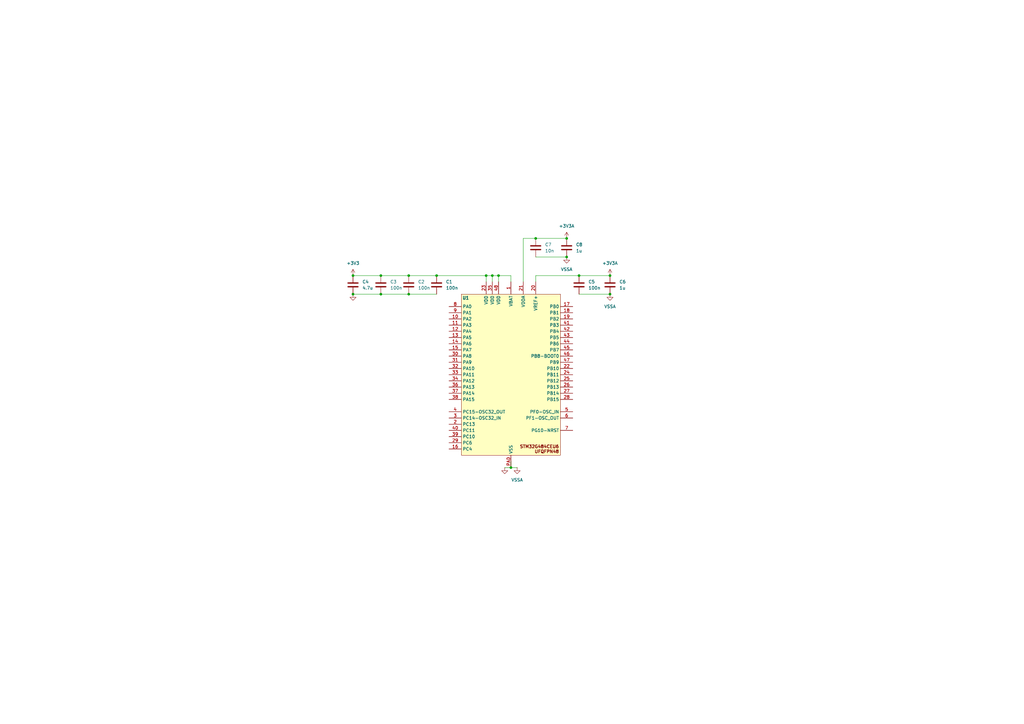
<source format=kicad_sch>
(kicad_sch (version 20250114) (generator "eeschema") (generator_version "9.0")
  (paper "A3")
  (title_block (title "Kururugi-ESC") (date "2026-01-29") (rev "v0.0") (company "Bare Metal Foundry"))
  (lib_symbols
    (symbol "Device:C" (pin_numbers (hide yes)) (pin_names (offset 0.254))
      (property "Reference" "C" (at 0.635 2.54 0))
      (property "Value" "C" (at 0.635 -2.54 0))
      (symbol "C_0_1"
        (polyline (pts (xy -2.032 0.762) (xy 2.032 0.762)) (stroke (width 0.508)))
        (polyline (pts (xy -2.032 -0.762) (xy 2.032 -0.762)) (stroke (width 0.508)))
      )
      (symbol "C_1_1"
        (pin passive line (at 0 3.81 270) (length 2.794) (name "~") (number "1"))
        (pin passive line (at 0 -3.81 90) (length 2.794) (name "~") (number "2"))
      )
    )
    (symbol "ESC-SchemSymLib:CL05B104KO5NNNC" (pin_numbers (hide yes)) (pin_names (offset 0.254))
      (property "Reference" "C" (at 0.635 2.54 0))
      (property "Value" "100n" (at 0.635 -2.54 0))
      (symbol "CL05B104KO5NNNC_0_1"
        (polyline (pts (xy -2.032 0.762) (xy 2.032 0.762)) (stroke (width 0.508)))
        (polyline (pts (xy -2.032 -0.762) (xy 2.032 -0.762)) (stroke (width 0.508)))
      )
      (symbol "CL05B104KO5NNNC_1_1"
        (pin passive line (at 0 3.81 270) (length 2.794) (name "~") (number "1"))
        (pin passive line (at 0 -3.81 90) (length 2.794) (name "~") (number "2"))
      )
    )
    (symbol "ESC-SchemSymLib:STM32G484CEU6"
      (property "Reference" "U" (at 1.016 1.27 0))
      (property "Value" "STM32G484CEU6" (at 41.402 1.524 0))
      (symbol "STM32G484CEU6_0_0"
        (pin bidirectional line (at -5.08 -5.08 0) (length 5.08) (name "PA0") (number "8"))
        (pin bidirectional line (at -5.08 -7.62 0) (length 5.08) (name "PA1") (number "9"))
        (pin bidirectional line (at -5.08 -10.16 0) (length 5.08) (name "PA2") (number "10"))
        (pin bidirectional line (at -5.08 -12.7 0) (length 5.08) (name "PA3") (number "11"))
        (pin bidirectional line (at -5.08 -15.24 0) (length 5.08) (name "PA4") (number "12"))
        (pin bidirectional line (at -5.08 -17.78 0) (length 5.08) (name "PA5") (number "13"))
        (pin bidirectional line (at -5.08 -20.32 0) (length 5.08) (name "PA6") (number "14"))
        (pin bidirectional line (at -5.08 -22.86 0) (length 5.08) (name "PA7") (number "15"))
        (pin bidirectional line (at -5.08 -25.4 0) (length 5.08) (name "PA8") (number "30"))
        (pin bidirectional line (at -5.08 -27.94 0) (length 5.08) (name "PA9") (number "31"))
        (pin bidirectional line (at -5.08 -30.48 0) (length 5.08) (name "PA10") (number "32"))
        (pin bidirectional line (at -5.08 -33.02 0) (length 5.08) (name "PA11") (number "33"))
        (pin bidirectional line (at -5.08 -35.56 0) (length 5.08) (name "PA12") (number "34"))
        (pin bidirectional line (at -5.08 -38.1 0) (length 5.08) (name "PA13") (number "36"))
        (pin bidirectional line (at -5.08 -40.64 0) (length 5.08) (name "PA14") (number "37"))
        (pin bidirectional line (at -5.08 -43.18 0) (length 5.08) (name "PA15") (number "38"))
        (pin bidirectional line (at -5.08 -48.26 0) (length 5.08) (name "PC15-OSC32_OUT") (number "4"))
        (pin bidirectional line (at -5.08 -50.8 0) (length 5.08) (name "PC14-OSC32_IN") (number "3"))
        (pin bidirectional line (at -5.08 -53.34 0) (length 5.08) (name "PC13") (number "2"))
        (pin bidirectional line (at -5.08 -55.88 0) (length 5.08) (name "PC11") (number "40"))
        (pin bidirectional line (at -5.08 -58.42 0) (length 5.08) (name "PC10") (number "39"))
        (pin bidirectional line (at -5.08 -60.96 0) (length 5.08) (name "PC6") (number "29"))
        (pin bidirectional line (at -5.08 -63.5 0) (length 5.08) (name "PC4") (number "16"))
        (pin power_in line (at 10.16 5.08 270) (length 5.08) (name "VDD") (number "23"))
        (pin power_in line (at 12.7 5.08 270) (length 5.08) (name "VDD") (number "35"))
        (pin power_in line (at 15.24 5.08 270) (length 5.08) (name "VDD") (number "48"))
        (pin power_in line (at 20.32 5.08 270) (length 5.08) (name "VBAT") (number "1"))
        (pin power_in line (at 25.4 5.08 270) (length 5.08) (name "VDDA") (number "21"))
        (pin power_in line (at 30.48 5.08 270) (length 5.08) (name "VREF+") (number "20"))
        (pin bidirectional line (at 45.72 -7.62 180) (length 5.08) (name "PB1") (number "18"))
        (pin bidirectional line (at 45.72 -10.16 180) (length 5.08) (name "PB2") (number "19"))
        (pin bidirectional line (at 45.72 -12.7 180) (length 5.08) (name "PB3") (number "41"))
        (pin bidirectional line (at 45.72 -15.24 180) (length 5.08) (name "PB4") (number "42"))
        (pin bidirectional line (at 45.72 -20.32 180) (length 5.08) (name "PB6") (number "44"))
        (pin bidirectional line (at 45.72 -22.86 180) (length 5.08) (name "PB7") (number "45"))
        (pin bidirectional line (at 45.72 -25.4 180) (length 5.08) (name "PB8-BOOT0") (number "46"))
        (pin bidirectional line (at 45.72 -27.94 180) (length 5.08) (name "PB9") (number "47"))
        (pin bidirectional line (at 45.72 -30.48 180) (length 5.08) (name "PB10") (number "22"))
        (pin bidirectional line (at 45.72 -33.02 180) (length 5.08) (name "PB11") (number "24"))
        (pin bidirectional line (at 45.72 -35.56 180) (length 5.08) (name "PB12") (number "25"))
        (pin bidirectional line (at 45.72 -38.1 180) (length 5.08) (name "PB13") (number "26"))
        (pin bidirectional line (at 45.72 -40.64 180) (length 5.08) (name "PB14") (number "27"))
        (pin bidirectional line (at 45.72 -43.18 180) (length 5.08) (name "PB15") (number "28"))
        (pin bidirectional line (at 45.72 -48.26 180) (length 5.08) (name "PF0-OSC_IN") (number "5"))
        (pin bidirectional line (at 45.72 -50.8 180) (length 5.08) (name "PF1-OSC_OUT") (number "6"))
        (pin bidirectional line (at 45.72 -55.88 180) (length 5.08) (name "PG10-NRST") (number "7"))
      )
      (symbol "STM32G484CEU6_0_1"
        (rectangle (start 0 0) (end 40.64 -66.04) (fill (type background)))
      )
      (symbol "STM32G484CEU6_1_0"
        (pin power_in line (at 20.32 -71.12 90) (length 5.08) (name "VSS") (number "PAD"))
        (pin bidirectional line (at 45.72 -5.08 180) (length 5.08) (name "PB0") (number "17"))
        (pin bidirectional line (at 45.72 -17.78 180) (length 5.08) (name "PB5") (number "43"))
      )
      (symbol "STM32G484CEU6_1_1"
        (text "STM32G484CEU6\nUFQFPN48" (at 40.132 -63.5 0) (effects (font (size 1.27 1.27) (thickness 0.254) (bold yes)) (justify right)))
      )
    )
    (symbol "power:+3V3" (power) (pin_numbers (hide yes)) (pin_names (offset 0) (hide yes))
      (property "Value" "+3V3" (at 0 3.556 0))
      (symbol "+3V3_0_1"
        (polyline (pts (xy -0.762 1.27) (xy 0 2.54)))
        (polyline (pts (xy 0 2.54) (xy 0.762 1.27)))
        (polyline (pts (xy 0 0) (xy 0 2.54)))
      )
      (symbol "+3V3_1_1"
        (pin power_in line (at 0 0 90) (length 0) (name "~") (number "1"))
      )
    )
    (symbol "power:GND" (power) (pin_numbers (hide yes)) (pin_names (offset 0) (hide yes))
      (property "Value" "GND" (at 0 -3.81 0))
      (symbol "GND_0_1"
        (polyline (pts (xy 0 0) (xy 0 -1.27) (xy 1.27 -1.27) (xy 0 -2.54) (xy -1.27 -1.27) (xy 0 -1.27)))
      )
      (symbol "GND_1_1"
        (pin power_in line (at 0 0 270) (length 0) (name "~") (number "1"))
      )
    )
  )
  (junction (at 179.07 113.03))
  (junction (at 167.64 120.65))
  (junction (at 232.41 105.41))
  (junction (at 156.21 120.65))
  (junction (at 201.93 113.03))
  (junction (at 250.19 113.03))
  (junction (at 219.71 97.79))
  (junction (at 156.21 113.03))
  (junction (at 167.64 113.03))
  (junction (at 204.47 113.03))
  (junction (at 209.55 191.77))
  (junction (at 144.78 120.65))
  (junction (at 144.78 113.03))
  (junction (at 237.49 113.03))
  (junction (at 199.39 113.03))
  (junction (at 250.19 120.65))
  (junction (at 232.41 97.79))
  (wire (pts (xy 201.93 113.03) (xy 199.39 113.03)))
  (wire (pts (xy 204.47 113.03) (xy 201.93 113.03)))
  (wire (pts (xy 219.71 115.57) (xy 219.71 113.03)))
  (wire (pts (xy 167.64 120.65) (xy 179.07 120.65)))
  (wire (pts (xy 204.47 113.03) (xy 204.47 115.57)))
  (wire (pts (xy 179.07 113.03) (xy 199.39 113.03)))
  (wire (pts (xy 156.21 120.65) (xy 167.64 120.65)))
  (wire (pts (xy 201.93 113.03) (xy 201.93 115.57)))
  (wire (pts (xy 167.64 113.03) (xy 179.07 113.03)))
  (wire (pts (xy 144.78 120.65) (xy 156.21 120.65)))
  (wire (pts (xy 214.63 97.79) (xy 219.71 97.79)))
  (wire (pts (xy 219.71 97.79) (xy 232.41 97.79)))
  (wire (pts (xy 237.49 120.65) (xy 250.19 120.65)))
  (wire (pts (xy 209.55 191.77) (xy 212.09 191.77)))
  (wire (pts (xy 214.63 115.57) (xy 214.63 97.79)))
  (wire (pts (xy 156.21 113.03) (xy 167.64 113.03)))
  (wire (pts (xy 209.55 189.23) (xy 209.55 191.77)))
  (wire (pts (xy 209.55 113.03) (xy 204.47 113.03)))
  (wire (pts (xy 199.39 113.03) (xy 199.39 115.57)))
  (wire (pts (xy 209.55 115.57) (xy 209.55 113.03)))
  (wire (pts (xy 219.71 105.41) (xy 232.41 105.41)))
  (wire (pts (xy 207.01 191.77) (xy 209.55 191.77)))
  (wire (pts (xy 237.49 113.03) (xy 250.19 113.03)))
  (wire (pts (xy 144.78 113.03) (xy 156.21 113.03)))
  (wire (pts (xy 219.71 113.03) (xy 237.49 113.03)))
  (symbol (lib_id "Device:C") (at 144.78 116.84 0) (unit 1)
    (property "Reference" "C4" (at 148.59 115.5699 0) (effects (justify left)))
    (property "Value" "4.7u" (at 148.59 118.1099 0) (effects (justify left)))
    (property "Footprint" "Capacitor_SMD:C_0402_1005Metric" (effects (hide yes)))
    (property "Datasheet" "https://product.samsungsem.com/mlcc/CL21A475KAQNNN.do" (effects (hide yes)))
    (property "Description" "25V 4.7uF X5R ±10% 0805 MLCC" (effects (hide yes)))
    (property "Manufacturer" "Samsung Electro-Mechanics" (effects (hide yes)))
    (property "Manufacturer Part Number" "CL21A475KAQNNNE" (effects (hide yes)))
    (property "Distributor Link 1" "https://au.mouser.com/ProductDetail/Samsung-Electro-Mechanics/CL21A475KAQNNNE?qs=yOVawPpwOwkWIBpK%2Fbg0Aw%3D%3D&srsltid=AfmBOooK6n6p7LVcStt96naHe5H5NpSP2yUsJA9laNIdbtNh5uSbH6_Y" (effects (hide yes)))
    (property "Distributor Link 2" "https://www.digikey.com/en/products/detail/samsung-electro-mechanics/CL21A475KAQNNNE/3886902" (effects (hide yes)))
    (property "LCSC" "C1779" (effects (hide yes)))
  )
  (symbol (lib_id "ESC-SchemSymLib:STM32G484CEU6") (at 189.23 120.65 0) (unit 1)
    (property "Reference" "U1" (at 189.484 122.174 0) (effects (font (thickness 0.254) (bold yes)) (justify left)))
    (property "Value" "STM32G484CEU6" (effects (hide yes)))
    (property "Footprint" "Package_DFN_QFN:QFN-48-1EP_7x7mm_P0.5mm_EP5.6x5.6mm_ThermalVias" (effects (hide yes)))
    (property "Datasheet" "https://www.st.com/resource/en/datasheet/stm32g484ce.pdf" (effects (hide yes)))
    (property "Description" "MCU - ARM Cortex-M4 32-bit, 170MHz, HRTIM, rich math and analog, oriented toward motor control" (effects (hide yes)))
    (property "Manufacturer" "STMicroelectronics" (effects (hide yes)))
    (property "Manufacturer Part Number" "STM32G484CEU6" (effects (hide yes)))
    (property "Distributor Link 1" "https://au.mouser.com/ProductDetail/STMicroelectronics/STM32G484CEU6?qs=uwxL4vQweFNyvzDDAcwe0g%3D%3D&srsltid=AfmBOorGaREXAmNOcdk6r5tpCHAUqhfaZQDfcjQ4pwtXLsObWSo9UNFw" (effects (hide yes)))
    (property "Distributor Link 2" "https://www.digikey.com.au/en/products/detail/stmicroelectronics/STM32G484CEU6/10326737?srsltid=AfmBOor8ccBcNfS8fvYv8dJtWtLX3YAXAeTByNZODy8iSdC1CzH-YSb1" (effects (hide yes)))
    (property "LCSC" "C1342230" (effects (hide yes)))
  )
  (symbol (lib_id "power:+3V3") (at 250.19 113.03 0) (unit 1)
    (property "Reference" "#PWR07" (effects (hide yes)))
    (property "Value" "+3V3A" (at 250.19 107.95 0))
    (property "Description" "Power symbol creates a global label with name \"+3V3\"" (effects (hide yes)))
  )
  (symbol (lib_id "ESC-SchemSymLib:CL05B104KO5NNNC") (at 237.49 116.84 0) (unit 1)
    (property "Reference" "C5" (at 241.3 115.5699 0) (effects (justify left)))
    (property "Value" "100n" (at 241.3 118.1099 0) (effects (justify left)))
    (property "Footprint" "Capacitor_SMD:C_0402_1005Metric" (effects (hide yes)))
    (property "Datasheet" "https://product.samsungsem.com/mlcc/CL05B104KO5NNN.do" (effects (hide yes)))
    (property "Description" "100nF 16V X7R ±10% 0402 MLCC" (effects (hide yes)))
    (property "Manufacturer" "Samsung Electro-Mechanics" (effects (hide yes)))
    (property "Manufacturer Part Number" "CL05B104KO5NNNC" (effects (hide yes)))
    (property "Distributor Link 1" "https://www.digikey.com.au/en/products/detail/samsung-electro-mechanics/CL05B104KO5NNNC/3886659?srsltid=AfmBOooNxW0C3WLbUET_4tfA-ji3bMu1Mpcg3V7VRxn5UEESK-FOJVkw" (effects (hide yes)))
    (property "Distributor Link 2" "https://au.mouser.com/ProductDetail/Samsung-Electro-Mechanics/CL05B104KO5NNNC?qs=hqM3L16%252BxlfT2SKOuAUq6Q%3D%3D&srsltid=AfmBOop6x8H-9Ff4gXZGT26ApuAjaWBcTTFxzA4GMMNJsGnCm4NrWInv" (effects (hide yes)))
    (property "LCSC" "C1525" (effects (hide yes)))
  )
  (symbol (lib_id "Device:C") (at 219.71 101.6 0) (unit 1)
    (property "Reference" "C7" (at 223.52 100.3299 0) (effects (justify left)))
    (property "Value" "10n" (at 223.52 102.8699 0) (effects (justify left)))
    (property "Footprint" "Capacitor_SMD:C_0402_1005Metric" (effects (hide yes)))
  )
  (symbol (lib_id "power:GND") (at 212.09 191.77 0) (unit 1)
    (property "Reference" "#PWR08" (effects (hide yes)))
    (property "Value" "VSSA" (at 212.09 196.85 0))
    (property "Description" "Power symbol creates a global label with name \"GND\" , ground" (effects (hide yes)))
  )
  (symbol (lib_id "Device:C") (at 250.19 116.84 0) (unit 1)
    (property "Reference" "C6" (at 254 115.5699 0) (effects (justify left)))
    (property "Value" "1u" (at 254 118.1099 0) (effects (justify left)))
    (property "Footprint" "Capacitor_SMD:C_0402_1005Metric" (effects (hide yes)))
  )
  (symbol (lib_id "power:GND") (at 232.41 105.41 0) (unit 1)
    (property "Reference" "#PWR04" (effects (hide yes)))
    (property "Value" "VSSA" (at 232.41 110.49 0))
    (property "Description" "Power symbol creates a global label with name \"GND\" , ground" (effects (hide yes)))
  )
  (symbol (lib_id "ESC-SchemSymLib:CL05B104KO5NNNC") (at 156.21 116.84 0) (unit 1)
    (property "Reference" "C3" (at 160.02 115.5699 0) (effects (justify left)))
    (property "Value" "100n" (at 160.02 118.1099 0) (effects (justify left)))
    (property "Footprint" "Capacitor_SMD:C_0402_1005Metric" (effects (hide yes)))
    (property "Datasheet" "https://product.samsungsem.com/mlcc/CL05B104KO5NNN.do" (effects (hide yes)))
    (property "Description" "100nF 16V X7R ±10% 0402 MLCC" (effects (hide yes)))
    (property "Manufacturer" "Samsung Electro-Mechanics" (effects (hide yes)))
    (property "Manufacturer Part Number" "CL05B104KO5NNNC" (effects (hide yes)))
    (property "Distributor Link 1" "https://www.digikey.com.au/en/products/detail/samsung-electro-mechanics/CL05B104KO5NNNC/3886659?srsltid=AfmBOooNxW0C3WLbUET_4tfA-ji3bMu1Mpcg3V7VRxn5UEESK-FOJVkw" (effects (hide yes)))
    (property "Distributor Link 2" "https://au.mouser.com/ProductDetail/Samsung-Electro-Mechanics/CL05B104KO5NNNC?qs=hqM3L16%252BxlfT2SKOuAUq6Q%3D%3D&srsltid=AfmBOop6x8H-9Ff4gXZGT26ApuAjaWBcTTFxzA4GMMNJsGnCm4NrWInv" (effects (hide yes)))
    (property "LCSC" "C1525" (effects (hide yes)))
  )
  (symbol (lib_id "power:GND") (at 207.01 191.77 0) (unit 1)
    (property "Reference" "#PWR01" (effects (hide yes)))
    (property "Value" "GND" (effects (hide yes)))
    (property "Description" "Power symbol creates a global label with name \"GND\" , ground" (effects (hide yes)))
  )
  (symbol (lib_id "power:GND") (at 250.19 120.65 0) (unit 1)
    (property "Reference" "#PWR06" (effects (hide yes)))
    (property "Value" "VSSA" (at 250.19 125.73 0))
    (property "Description" "Power symbol creates a global label with name \"GND\" , ground" (effects (hide yes)))
  )
  (symbol (lib_id "Device:C") (at 232.41 101.6 0) (unit 1)
    (property "Reference" "C8" (at 236.22 100.3299 0) (effects (justify left)))
    (property "Value" "1u" (at 236.22 102.8699 0) (effects (justify left)))
    (property "Footprint" "Capacitor_SMD:C_0402_1005Metric" (effects (hide yes)))
  )
  (symbol (lib_id "power:+3V3") (at 144.78 113.03 0) (unit 1)
    (property "Reference" "#PWR02" (effects (hide yes)))
    (property "Value" "+3V3" (at 144.78 107.95 0))
    (property "Description" "Power symbol creates a global label with name \"+3V3\"" (effects (hide yes)))
  )
  (symbol (lib_id "power:GND") (at 144.78 120.65 0) (unit 1)
    (property "Reference" "#PWR05" (effects (hide yes)))
    (property "Value" "GND" (effects (hide yes)))
    (property "Description" "Power symbol creates a global label with name \"GND\" , ground" (effects (hide yes)))
  )
  (symbol (lib_id "power:+3V3") (at 232.41 97.79 0) (unit 1)
    (property "Reference" "#PWR03" (effects (hide yes)))
    (property "Value" "+3V3A" (at 232.41 92.71 0))
    (property "Description" "Power symbol creates a global label with name \"+3V3\"" (effects (hide yes)))
  )
  (symbol (lib_id "ESC-SchemSymLib:CL05B104KO5NNNC") (at 167.64 116.84 0) (unit 1)
    (property "Reference" "C2" (at 171.45 115.5699 0) (effects (justify left)))
    (property "Value" "100n" (at 171.45 118.1099 0) (effects (justify left)))
    (property "Footprint" "Capacitor_SMD:C_0402_1005Metric" (effects (hide yes)))
    (property "Datasheet" "https://product.samsungsem.com/mlcc/CL05B104KO5NNN.do" (effects (hide yes)))
    (property "Description" "100nF 16V X7R ±10% 0402 MLCC" (effects (hide yes)))
    (property "Manufacturer" "Samsung Electro-Mechanics" (effects (hide yes)))
    (property "Manufacturer Part Number" "CL05B104KO5NNNC" (effects (hide yes)))
    (property "Distributor Link 1" "https://www.digikey.com.au/en/products/detail/samsung-electro-mechanics/CL05B104KO5NNNC/3886659?srsltid=AfmBOooNxW0C3WLbUET_4tfA-ji3bMu1Mpcg3V7VRxn5UEESK-FOJVkw" (effects (hide yes)))
    (property "Distributor Link 2" "https://au.mouser.com/ProductDetail/Samsung-Electro-Mechanics/CL05B104KO5NNNC?qs=hqM3L16%252BxlfT2SKOuAUq6Q%3D%3D&srsltid=AfmBOop6x8H-9Ff4gXZGT26ApuAjaWBcTTFxzA4GMMNJsGnCm4NrWInv" (effects (hide yes)))
    (property "LCSC" "C1525" (effects (hide yes)))
  )
  (symbol (lib_id "ESC-SchemSymLib:CL05B104KO5NNNC") (at 179.07 116.84 0) (unit 1)
    (property "Reference" "C1" (at 182.88 115.5699 0) (effects (justify left)))
    (property "Value" "100n" (at 182.88 118.1099 0) (effects (justify left)))
    (property "Footprint" "Capacitor_SMD:C_0402_1005Metric" (effects (hide yes)))
    (property "Datasheet" "https://product.samsungsem.com/mlcc/CL05B104KO5NNN.do" (effects (hide yes)))
    (property "Description" "100nF 16V X7R ±10% 0402 MLCC" (effects (hide yes)))
    (property "Manufacturer" "Samsung Electro-Mechanics" (effects (hide yes)))
    (property "Manufacturer Part Number" "CL05B104KO5NNNC" (effects (hide yes)))
    (property "Distributor Link 1" "https://www.digikey.com.au/en/products/detail/samsung-electro-mechanics/CL05B104KO5NNNC/3886659?srsltid=AfmBOooNxW0C3WLbUET_4tfA-ji3bMu1Mpcg3V7VRxn5UEESK-FOJVkw" (effects (hide yes)))
    (property "Distributor Link 2" "https://au.mouser.com/ProductDetail/Samsung-Electro-Mechanics/CL05B104KO5NNNC?qs=hqM3L16%252BxlfT2SKOuAUq6Q%3D%3D&srsltid=AfmBOop6x8H-9Ff4gXZGT26ApuAjaWBcTTFxzA4GMMNJsGnCm4NrWInv" (effects (hide yes)))
    (property "LCSC" "C1525" (effects (hide yes)))
  )
)
</source>
